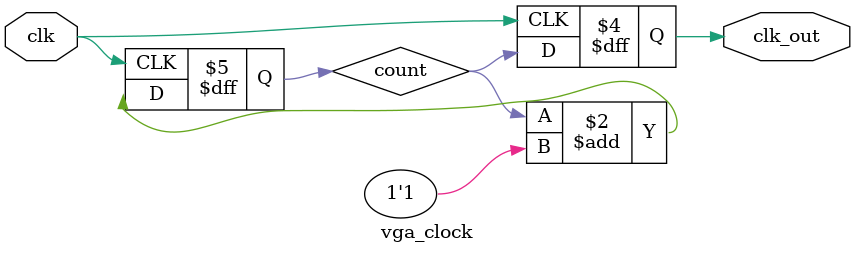
<source format=v>
module vga_clock
(
	input clk,
	output reg clk_out
);
	
	reg [0:0]  count = 0;
	
	always @(posedge clk) begin
    count <= count + 1'b1;
    clk_out <= count;
	end
	
endmodule
</source>
